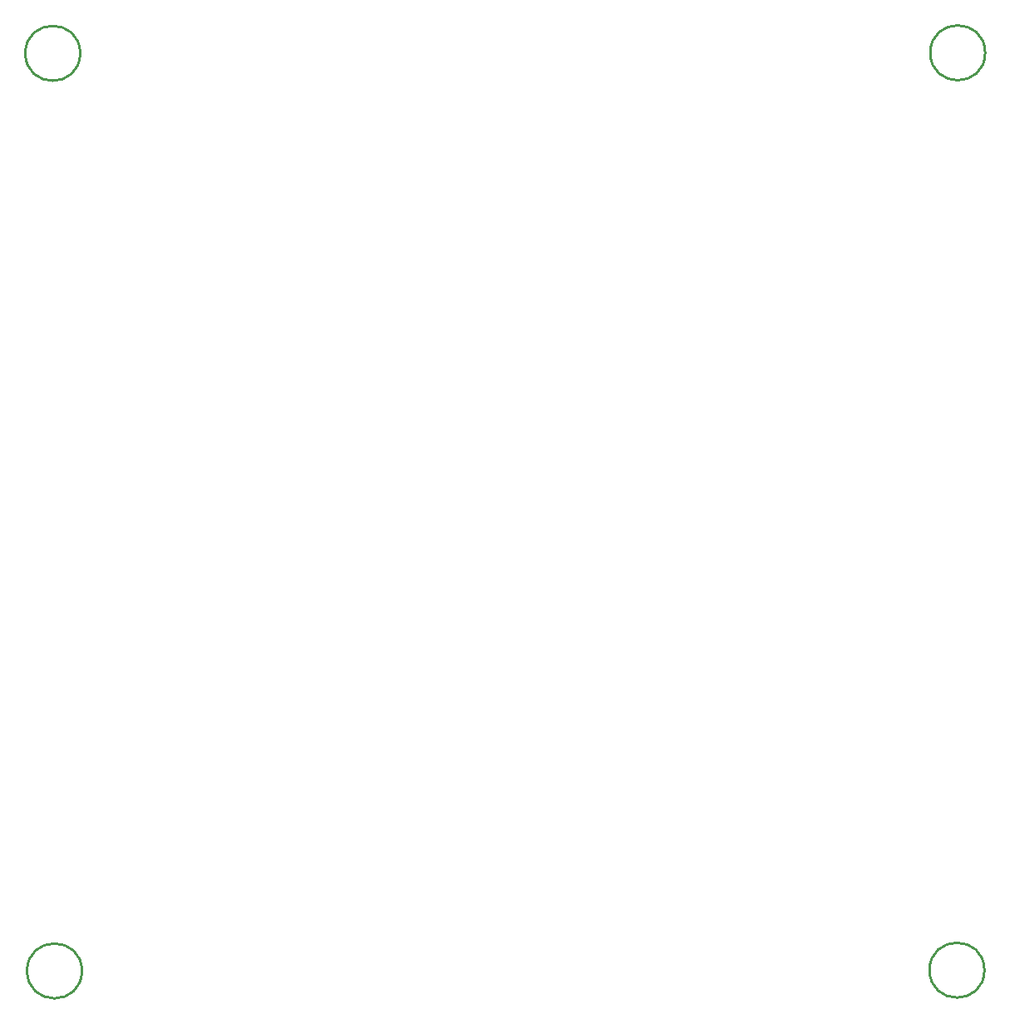
<source format=gko>
G04*
G04 #@! TF.GenerationSoftware,Altium Limited,Altium Designer,19.1.5 (86)*
G04*
G04 Layer_Color=16711935*
%FSLAX24Y24*%
%MOIN*%
G70*
G01*
G75*
%ADD10C,0.0100*%
D10*
X38520Y37950D02*
G03*
X38520Y37950I-1100J0D01*
G01*
X38490Y1190D02*
G03*
X38490Y1190I-1100J0D01*
G01*
X2300Y1160D02*
G03*
X2300Y1160I-1100J0D01*
G01*
X2230Y37930D02*
G03*
X2230Y37930I-1100J0D01*
G01*
M02*

</source>
